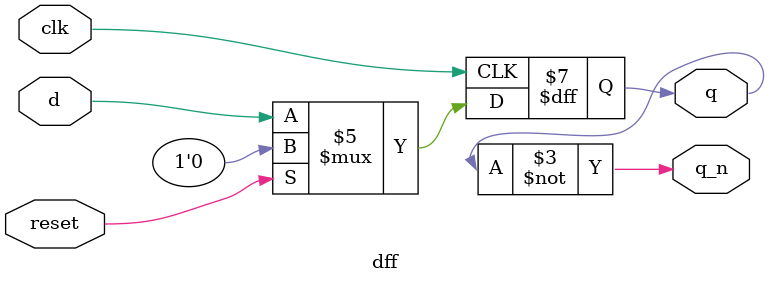
<source format=v>
/*
 * D flip-flop with synchronous reset
 *
 * The reset is active high and sets 'q' to zero.
 *
 */
module dff (input wire d, clk, reset, output reg q, output wire q_n);
    always @(posedge clk) begin
        if (reset == 1'b1) begin
            q <= 1'b0;
        end
        else begin
            q <= d;
        end
    end

    assign q_n = ~q;
endmodule

</source>
